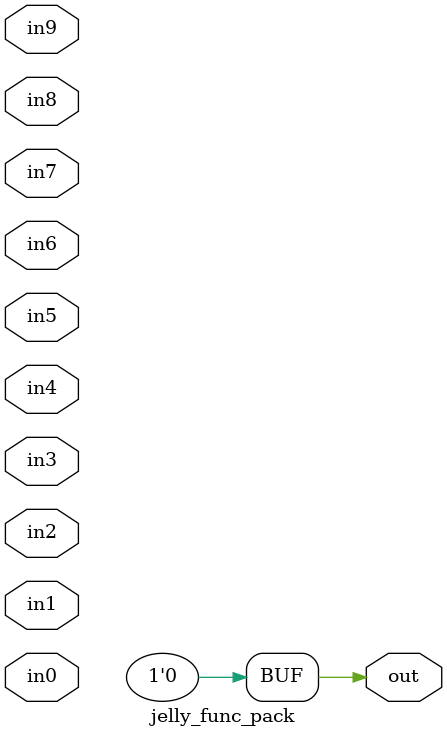
<source format=v>
module jelly_func_pack(	// file.cleaned.mlir:2:3
  input  in0,	// file.cleaned.mlir:2:33
         in1,	// file.cleaned.mlir:2:47
         in2,	// file.cleaned.mlir:2:61
         in3,	// file.cleaned.mlir:2:75
         in4,	// file.cleaned.mlir:2:89
         in5,	// file.cleaned.mlir:2:103
         in6,	// file.cleaned.mlir:2:117
         in7,	// file.cleaned.mlir:2:131
         in8,	// file.cleaned.mlir:2:145
         in9,	// file.cleaned.mlir:2:159
  output out	// file.cleaned.mlir:2:174
);

  assign out = 1'h0;	// file.cleaned.mlir:3:14, :4:5
endmodule


</source>
